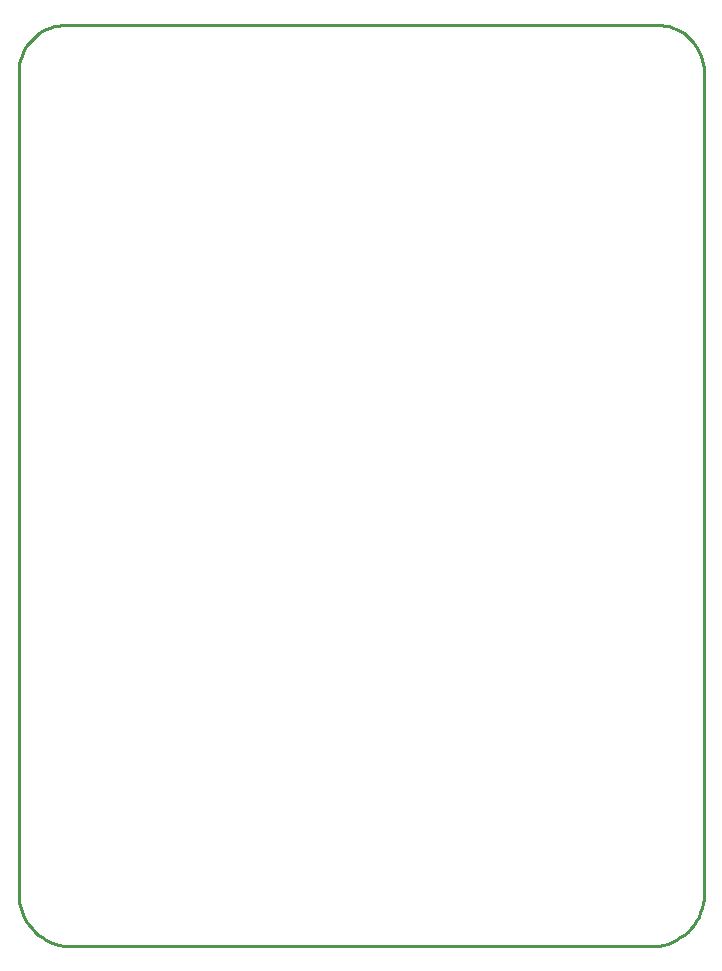
<source format=gbr>
G04 EAGLE Gerber RS-274X export*
G75*
%MOMM*%
%FSLAX34Y34*%
%LPD*%
%IN*%
%IPPOS*%
%AMOC8*
5,1,8,0,0,1.08239X$1,22.5*%
G01*
%ADD10C,0.254000*%


D10*
X-290000Y-350000D02*
X-289393Y-353903D01*
X-288448Y-357738D01*
X-287173Y-361477D01*
X-285576Y-365089D01*
X-283671Y-368549D01*
X-281471Y-371830D01*
X-278994Y-374907D01*
X-276258Y-377756D01*
X-273284Y-380355D01*
X-270095Y-382686D01*
X-266715Y-384730D01*
X-263170Y-386471D01*
X-259486Y-387897D01*
X-255692Y-388996D01*
X-251817Y-389761D01*
X-247890Y-390185D01*
X-243941Y-390265D01*
X-240000Y-390000D01*
X240000Y-390000D01*
X243941Y-390265D01*
X247890Y-390185D01*
X251817Y-389761D01*
X255692Y-388996D01*
X259486Y-387897D01*
X263170Y-386471D01*
X266715Y-384730D01*
X270095Y-382686D01*
X273284Y-380355D01*
X276258Y-377756D01*
X278994Y-374907D01*
X281471Y-371830D01*
X283671Y-368549D01*
X285576Y-365089D01*
X287173Y-361477D01*
X288448Y-357738D01*
X289393Y-353903D01*
X290000Y-350000D01*
X290000Y350000D01*
X289848Y353486D01*
X289392Y356946D01*
X288637Y360353D01*
X287588Y363681D01*
X286252Y366905D01*
X284641Y370000D01*
X282766Y372943D01*
X280642Y375712D01*
X278284Y378284D01*
X275712Y380642D01*
X272943Y382766D01*
X270000Y384641D01*
X266905Y386252D01*
X263681Y387588D01*
X260353Y388637D01*
X256946Y389392D01*
X253486Y389848D01*
X250000Y390000D01*
X-250000Y390000D01*
X-253486Y389848D01*
X-256946Y389392D01*
X-260353Y388637D01*
X-263681Y387588D01*
X-266905Y386252D01*
X-270000Y384641D01*
X-272943Y382766D01*
X-275712Y380642D01*
X-278284Y378284D01*
X-280642Y375712D01*
X-282766Y372943D01*
X-284641Y370000D01*
X-286252Y366905D01*
X-287588Y363681D01*
X-288637Y360353D01*
X-289392Y356946D01*
X-289848Y353486D01*
X-290000Y350000D01*
X-290000Y-350000D01*
M02*

</source>
